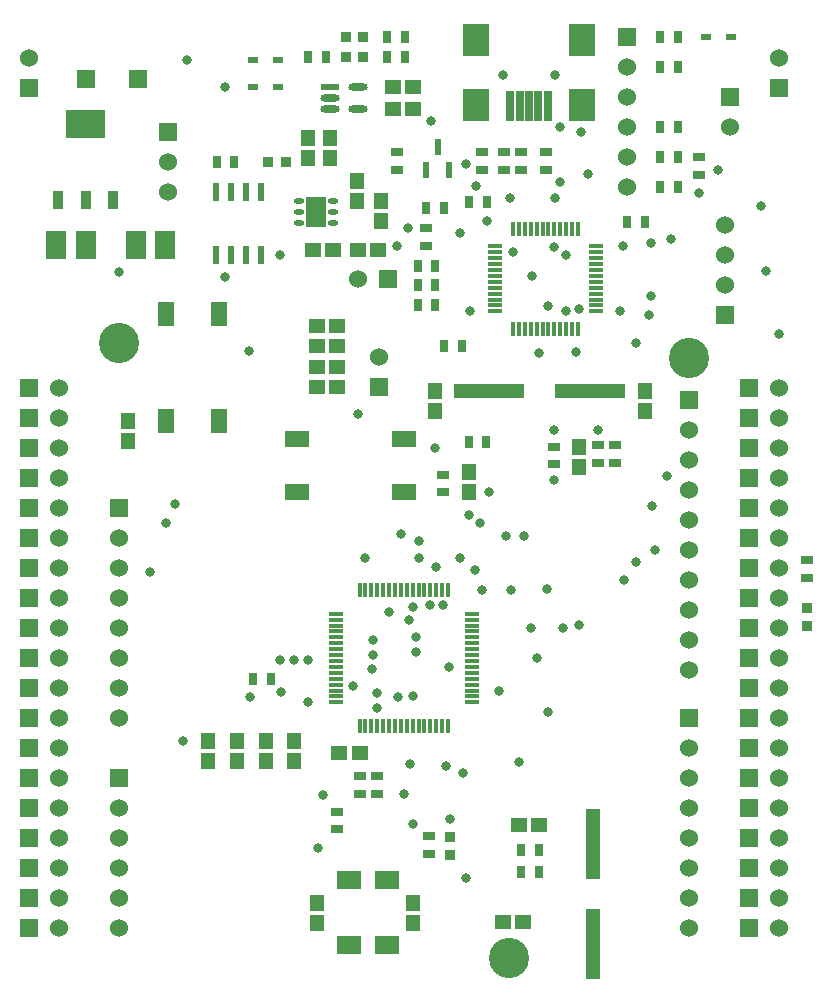
<source format=gts>
G04*
G04 #@! TF.GenerationSoftware,Altium Limited,Altium Designer,24.4.1 (13)*
G04*
G04 Layer_Color=8388736*
%FSAX44Y44*%
%MOMM*%
G71*
G04*
G04 #@! TF.SameCoordinates,09090911-0CFD-4792-A0CC-E2C5D1EC5460*
G04*
G04*
G04 #@! TF.FilePolarity,Negative*
G04*
G01*
G75*
%ADD17R,1.1938X0.3048*%
%ADD18R,0.3048X1.1938*%
G04:AMPARAMS|DCode=19|XSize=1.6383mm|YSize=0.6121mm|CornerRadius=0.3061mm|HoleSize=0mm|Usage=FLASHONLY|Rotation=0.000|XOffset=0mm|YOffset=0mm|HoleType=Round|Shape=RoundedRectangle|*
%AMROUNDEDRECTD19*
21,1,1.6383,0.0000,0,0,0.0*
21,1,1.0261,0.6121,0,0,0.0*
1,1,0.6121,0.5131,0.0000*
1,1,0.6121,-0.5131,0.0000*
1,1,0.6121,-0.5131,0.0000*
1,1,0.6121,0.5131,0.0000*
%
%ADD19ROUNDEDRECTD19*%
%ADD20R,1.6383X0.6121*%
%ADD21R,0.7500X1.0000*%
%ADD22R,0.8128X0.8128*%
%ADD26R,1.0000X0.7500*%
%ADD27R,0.5588X1.4224*%
%ADD28R,5.9182X1.2954*%
%ADD29R,0.8600X0.5400*%
%ADD34R,0.9398X0.8636*%
%ADD35R,1.2954X5.9182*%
%ADD36R,0.8128X0.8128*%
%ADD37R,2.1082X1.3970*%
%ADD38R,0.5588X1.5494*%
%ADD39R,1.3970X2.1082*%
%ADD40R,1.7383X2.4130*%
%ADD41R,0.9144X1.6002*%
%ADD42R,1.4986X1.6002*%
%ADD43R,1.4600X1.3100*%
%ADD44R,2.2100X2.7100*%
%ADD45R,0.7100X2.5100*%
%ADD46R,1.3100X1.4600*%
%ADD47O,0.9000X0.5000*%
%ADD48R,1.7500X2.5000*%
%ADD49R,2.1100X1.5100*%
%ADD50R,3.2000X1.6000*%
%ADD51C,1.5240*%
%ADD52R,1.5240X1.5240*%
%ADD53C,0.8100*%
%ADD54R,1.5240X1.5240*%
%ADD55C,3.4100*%
G36*
X00096880Y00719516D02*
Y00742629D01*
X00064368D01*
Y00719516D01*
X00096880D01*
D02*
G37*
D17*
X00292500Y00241500D02*
D03*
Y00246500D02*
D03*
Y00251500D02*
D03*
Y00256500D02*
D03*
Y00261500D02*
D03*
Y00266500D02*
D03*
Y00271500D02*
D03*
Y00276500D02*
D03*
Y00281500D02*
D03*
Y00286500D02*
D03*
Y00291500D02*
D03*
Y00296500D02*
D03*
Y00301500D02*
D03*
Y00306500D02*
D03*
Y00311500D02*
D03*
Y00316500D02*
D03*
X00407500D02*
D03*
Y00311500D02*
D03*
Y00306500D02*
D03*
Y00301500D02*
D03*
Y00296500D02*
D03*
Y00291500D02*
D03*
Y00286500D02*
D03*
Y00281500D02*
D03*
Y00276500D02*
D03*
Y00271500D02*
D03*
Y00266500D02*
D03*
Y00261500D02*
D03*
Y00256500D02*
D03*
Y00251500D02*
D03*
Y00246500D02*
D03*
Y00241500D02*
D03*
X00427459Y00572500D02*
D03*
Y00577500D02*
D03*
Y00582500D02*
D03*
Y00587500D02*
D03*
Y00592500D02*
D03*
Y00597500D02*
D03*
Y00602500D02*
D03*
Y00607500D02*
D03*
Y00612500D02*
D03*
Y00617500D02*
D03*
Y00622500D02*
D03*
Y00627500D02*
D03*
X00512459D02*
D03*
Y00622500D02*
D03*
Y00617500D02*
D03*
Y00612500D02*
D03*
Y00607500D02*
D03*
Y00602500D02*
D03*
Y00597500D02*
D03*
Y00592500D02*
D03*
Y00587500D02*
D03*
Y00582500D02*
D03*
Y00577500D02*
D03*
Y00572500D02*
D03*
D18*
X00312500Y00336500D02*
D03*
X00317500D02*
D03*
X00322500D02*
D03*
X00327500D02*
D03*
X00332500D02*
D03*
X00337500D02*
D03*
X00342500D02*
D03*
X00347500D02*
D03*
X00352500D02*
D03*
X00357500D02*
D03*
X00362500D02*
D03*
X00367500D02*
D03*
X00372500D02*
D03*
X00377500D02*
D03*
X00382500D02*
D03*
X00387500D02*
D03*
Y00221500D02*
D03*
X00382500D02*
D03*
X00377500D02*
D03*
X00372500D02*
D03*
X00367500D02*
D03*
X00362500D02*
D03*
X00357500D02*
D03*
X00352500D02*
D03*
X00347500D02*
D03*
X00342500D02*
D03*
X00337500D02*
D03*
X00332500D02*
D03*
X00327500D02*
D03*
X00322500D02*
D03*
X00317500D02*
D03*
X00312500D02*
D03*
X00442459Y00642500D02*
D03*
X00447459D02*
D03*
X00452459D02*
D03*
X00457459D02*
D03*
X00462459D02*
D03*
X00467459D02*
D03*
X00472459D02*
D03*
X00477459D02*
D03*
X00482459D02*
D03*
X00487459D02*
D03*
X00492459D02*
D03*
X00497459D02*
D03*
Y00557500D02*
D03*
X00492459D02*
D03*
X00487459D02*
D03*
X00482459D02*
D03*
X00477459D02*
D03*
X00472459D02*
D03*
X00467459D02*
D03*
X00462459D02*
D03*
X00457459D02*
D03*
X00452459D02*
D03*
X00447459D02*
D03*
X00442459D02*
D03*
D19*
X00311151Y00762679D02*
D03*
Y00743680D02*
D03*
X00287827D02*
D03*
Y00753180D02*
D03*
D20*
Y00762679D02*
D03*
D21*
X00283853Y00788028D02*
D03*
X00268853D02*
D03*
X00351100Y00804480D02*
D03*
X00336100D02*
D03*
X00351100Y00788028D02*
D03*
X00336100D02*
D03*
X00405544Y00665280D02*
D03*
X00420545D02*
D03*
X00361657Y00594467D02*
D03*
X00376657D02*
D03*
Y00611305D02*
D03*
X00361657D02*
D03*
Y00577630D02*
D03*
X00376657D02*
D03*
X00384157Y00659739D02*
D03*
X00369157D02*
D03*
X00384008Y00543247D02*
D03*
X00399008D02*
D03*
X00419890Y00461622D02*
D03*
X00404890D02*
D03*
X00539359Y00648469D02*
D03*
X00554359D02*
D03*
X00582124Y00677410D02*
D03*
X00567124D02*
D03*
X00582124Y00702810D02*
D03*
X00567124D02*
D03*
X00582124Y00728210D02*
D03*
X00567124D02*
D03*
X00582124Y00804410D02*
D03*
X00567124D02*
D03*
X00582124Y00779010D02*
D03*
X00567124D02*
D03*
X00464365Y00097950D02*
D03*
X00449365D02*
D03*
X00464360Y00116088D02*
D03*
X00449360D02*
D03*
X00222500Y00261500D02*
D03*
X00237500D02*
D03*
X00206492Y00699069D02*
D03*
X00191492D02*
D03*
D22*
X00315791Y00804480D02*
D03*
X00300791D02*
D03*
Y00788028D02*
D03*
X00315791D02*
D03*
X00250299Y00699069D02*
D03*
X00235298D02*
D03*
D26*
X00470460Y00692500D02*
D03*
Y00707500D02*
D03*
X00449460Y00692500D02*
D03*
Y00707500D02*
D03*
X00434531Y00692500D02*
D03*
Y00707500D02*
D03*
X00416101D02*
D03*
Y00692500D02*
D03*
X00369157Y00642738D02*
D03*
Y00627738D02*
D03*
X00344490Y00692500D02*
D03*
Y00707500D02*
D03*
X00528870Y00444170D02*
D03*
Y00459170D02*
D03*
X00514110Y00444170D02*
D03*
Y00459170D02*
D03*
X00477460Y00457924D02*
D03*
Y00442923D02*
D03*
X00383297Y00419290D02*
D03*
Y00434290D02*
D03*
X00600000Y00687805D02*
D03*
Y00702805D02*
D03*
X00327500Y00179092D02*
D03*
Y00164092D02*
D03*
X00312500Y00179092D02*
D03*
Y00164092D02*
D03*
X00293501Y00149060D02*
D03*
Y00134060D02*
D03*
X00691001Y00347160D02*
D03*
Y00362160D02*
D03*
X00371292Y00128381D02*
D03*
Y00113381D02*
D03*
D27*
X00378682Y00711804D02*
D03*
X00388207Y00692500D02*
D03*
X00369157D02*
D03*
D28*
X00422415Y00505301D02*
D03*
X00507505D02*
D03*
D29*
X00222328Y00762680D02*
D03*
X00243728D02*
D03*
Y00785023D02*
D03*
X00222328D02*
D03*
X00606004Y00804409D02*
D03*
X00627404D02*
D03*
D34*
X00388793Y00111880D02*
D03*
Y00127881D02*
D03*
D35*
X00509805Y00036752D02*
D03*
Y00121842D02*
D03*
D36*
X00691001Y00321520D02*
D03*
Y00306520D02*
D03*
D37*
X00350479Y00464289D02*
D03*
Y00419290D02*
D03*
X00259479D02*
D03*
Y00464289D02*
D03*
D38*
X00191039Y00620075D02*
D03*
X00203739D02*
D03*
X00216439D02*
D03*
X00229139D02*
D03*
Y00673669D02*
D03*
X00216439D02*
D03*
X00203739D02*
D03*
X00191039D02*
D03*
D39*
X00193844Y00479342D02*
D03*
X00148844D02*
D03*
Y00570342D02*
D03*
X00193844D02*
D03*
D40*
X00055843Y00629069D02*
D03*
X00080624D02*
D03*
X00123233D02*
D03*
X00148015D02*
D03*
D41*
X00103624Y00667065D02*
D03*
X00080624D02*
D03*
X00057624D02*
D03*
D42*
X00125328Y00769068D02*
D03*
X00080624D02*
D03*
D43*
X00357990Y00762679D02*
D03*
X00340990D02*
D03*
X00357990Y00743680D02*
D03*
X00340990D02*
D03*
X00290374Y00624068D02*
D03*
X00273374D02*
D03*
X00311250D02*
D03*
X00328250D02*
D03*
X00295500Y00198414D02*
D03*
X00312500D02*
D03*
X00464360Y00137807D02*
D03*
X00447360D02*
D03*
X00450792Y00055231D02*
D03*
X00433792D02*
D03*
X00276132Y00560319D02*
D03*
X00293132D02*
D03*
X00276132Y00543009D02*
D03*
X00293132D02*
D03*
X00276132Y00525700D02*
D03*
X00293132D02*
D03*
X00276132Y00508390D02*
D03*
X00293132D02*
D03*
D44*
X00411460Y00747500D02*
D03*
X00500460D02*
D03*
Y00802500D02*
D03*
X00411460D02*
D03*
D45*
X00471960Y00746500D02*
D03*
X00463960D02*
D03*
X00455960D02*
D03*
X00447960D02*
D03*
X00439960D02*
D03*
D46*
X00269000Y00702280D02*
D03*
Y00719280D02*
D03*
X00287827Y00702278D02*
D03*
Y00719278D02*
D03*
X00330624Y00665989D02*
D03*
Y00648988D02*
D03*
X00310624Y00665989D02*
D03*
Y00682988D02*
D03*
X00498372Y00457920D02*
D03*
Y00440920D02*
D03*
X00376075Y00488301D02*
D03*
Y00505301D02*
D03*
X00404892Y00436289D02*
D03*
Y00419290D02*
D03*
X00553850Y00488300D02*
D03*
Y00505300D02*
D03*
X00257419Y00191789D02*
D03*
Y00208789D02*
D03*
X00232900Y00191789D02*
D03*
Y00208789D02*
D03*
X00208382Y00191789D02*
D03*
Y00208789D02*
D03*
X00183864Y00191789D02*
D03*
Y00208789D02*
D03*
X00276828Y00054928D02*
D03*
Y00071928D02*
D03*
X00357652Y00054928D02*
D03*
Y00071928D02*
D03*
X00116387Y00462341D02*
D03*
Y00479340D02*
D03*
D47*
X00260870Y00665990D02*
D03*
Y00656490D02*
D03*
Y00646990D02*
D03*
X00290370D02*
D03*
Y00656490D02*
D03*
Y00665990D02*
D03*
D48*
X00275620Y00656490D02*
D03*
D49*
X00336000Y00090928D02*
D03*
X00304000D02*
D03*
X00336000Y00035928D02*
D03*
X00304000D02*
D03*
D50*
X00080624Y00731068D02*
D03*
D51*
X00621668Y00620400D02*
D03*
Y00645800D02*
D03*
Y00595000D02*
D03*
X00539239Y00702805D02*
D03*
Y00677405D02*
D03*
Y00753605D02*
D03*
Y00728205D02*
D03*
Y00779005D02*
D03*
X00626275Y00728210D02*
D03*
X00311250Y00600035D02*
D03*
X00667500Y00787000D02*
D03*
X00591300Y00294200D02*
D03*
Y00268800D02*
D03*
Y00345000D02*
D03*
Y00319600D02*
D03*
Y00395800D02*
D03*
Y00370400D02*
D03*
Y00421200D02*
D03*
Y00472000D02*
D03*
Y00446600D02*
D03*
X00667500Y00507600D02*
D03*
Y00482200D02*
D03*
Y00456800D02*
D03*
Y00126600D02*
D03*
Y00101200D02*
D03*
Y00075800D02*
D03*
Y00050400D02*
D03*
Y00431400D02*
D03*
Y00406000D02*
D03*
Y00380600D02*
D03*
Y00355200D02*
D03*
Y00228200D02*
D03*
Y00202800D02*
D03*
Y00177400D02*
D03*
Y00152000D02*
D03*
Y00329800D02*
D03*
Y00304400D02*
D03*
Y00279000D02*
D03*
Y00253600D02*
D03*
X00591300Y00075800D02*
D03*
Y00050400D02*
D03*
Y00126600D02*
D03*
Y00101200D02*
D03*
Y00177400D02*
D03*
Y00152000D02*
D03*
Y00202800D02*
D03*
X00328787Y00533790D02*
D03*
X00108700Y00075800D02*
D03*
Y00050400D02*
D03*
Y00126600D02*
D03*
Y00101200D02*
D03*
Y00152000D02*
D03*
Y00253600D02*
D03*
Y00228200D02*
D03*
Y00304400D02*
D03*
Y00279000D02*
D03*
Y00355200D02*
D03*
Y00329800D02*
D03*
Y00380600D02*
D03*
X00057900Y00253600D02*
D03*
Y00279000D02*
D03*
Y00304400D02*
D03*
Y00329800D02*
D03*
Y00152000D02*
D03*
Y00177400D02*
D03*
Y00202800D02*
D03*
Y00228200D02*
D03*
Y00355200D02*
D03*
Y00380600D02*
D03*
Y00406000D02*
D03*
Y00431400D02*
D03*
Y00050400D02*
D03*
Y00075800D02*
D03*
Y00101200D02*
D03*
Y00126600D02*
D03*
Y00456800D02*
D03*
Y00482200D02*
D03*
Y00507600D02*
D03*
X00150624Y00673669D02*
D03*
Y00699069D02*
D03*
X00032500Y00787000D02*
D03*
D52*
X00621668Y00569600D02*
D03*
X00539239Y00804405D02*
D03*
X00626275Y00753610D02*
D03*
X00667500Y00761600D02*
D03*
X00591300Y00497400D02*
D03*
Y00228200D02*
D03*
X00328787Y00508390D02*
D03*
X00108700Y00177400D02*
D03*
Y00406000D02*
D03*
X00150624Y00724469D02*
D03*
X00032500Y00761600D02*
D03*
D53*
X00433960Y00772500D02*
D03*
X00477960D02*
D03*
X00440265Y00668693D02*
D03*
X00500015Y00724459D02*
D03*
X00600000Y00672410D02*
D03*
X00615624Y00691841D02*
D03*
X00559634Y00585819D02*
D03*
X00656891Y00606628D02*
D03*
X00652436Y00661883D02*
D03*
X00402438Y00697707D02*
D03*
X00410994Y00678409D02*
D03*
X00495643Y00537957D02*
D03*
X00471313Y00337396D02*
D03*
X00402783Y00093184D02*
D03*
X00546789Y00546147D02*
D03*
X00464758Y00536995D02*
D03*
X00442617Y00622500D02*
D03*
X00458543Y00602500D02*
D03*
X00372828Y00733845D02*
D03*
X00406379Y00572500D02*
D03*
X00447124Y00191278D02*
D03*
X00156119Y00409126D02*
D03*
X00482092Y00728205D02*
D03*
X00311250Y00485679D02*
D03*
X00108978Y00605700D02*
D03*
X00477460Y00429909D02*
D03*
X00166110Y00785023D02*
D03*
X00535710Y00627500D02*
D03*
X00344581Y00627738D02*
D03*
X00353118Y00642738D02*
D03*
X00198738Y00762680D02*
D03*
X00198740Y00601821D02*
D03*
X00162832Y00208789D02*
D03*
X00281499Y00163342D02*
D03*
X00388793Y00143049D02*
D03*
X00277062Y00118481D02*
D03*
X00667269Y00553063D02*
D03*
X00376075Y00456784D02*
D03*
X00397176Y00363397D02*
D03*
X00362500Y00378223D02*
D03*
X00347789Y00384006D02*
D03*
X00414607Y00392989D02*
D03*
X00405574Y00400511D02*
D03*
X00410141Y00353278D02*
D03*
X00362500Y00363397D02*
D03*
X00487459Y00572500D02*
D03*
X00498000Y00574701D02*
D03*
X00472460Y00576759D02*
D03*
X00557424Y00569600D02*
D03*
X00377500Y00355672D02*
D03*
X00572575Y00433004D02*
D03*
X00372500Y00323631D02*
D03*
X00383500D02*
D03*
X00397944Y00638481D02*
D03*
X00327136Y00236420D02*
D03*
X00327500Y00249150D02*
D03*
X00345441Y00246226D02*
D03*
X00357500Y00246634D02*
D03*
X00324024Y00294298D02*
D03*
X00269251Y00241500D02*
D03*
X00440437Y00336500D02*
D03*
X00387995Y00271500D02*
D03*
X00357441Y00322265D02*
D03*
X00307349Y00255098D02*
D03*
X00323285Y00270044D02*
D03*
X00462746Y00278932D02*
D03*
X00514110Y00471728D02*
D03*
X00219678Y00246000D02*
D03*
X00420540Y00649059D02*
D03*
X00477459Y00626694D02*
D03*
X00219013Y00538992D02*
D03*
X00385789Y00187353D02*
D03*
X00400038Y00181940D02*
D03*
X00430214Y00251500D02*
D03*
X00562553Y00370400D02*
D03*
X00546301Y00360499D02*
D03*
X00536764Y00344798D02*
D03*
X00354582Y00311549D02*
D03*
X00337500Y00318310D02*
D03*
X00436101Y00381952D02*
D03*
X00451425D02*
D03*
X00576068Y00633800D02*
D03*
X00359927Y00296995D02*
D03*
X00485066Y00304341D02*
D03*
X00498121Y00306670D02*
D03*
X00324024Y00281500D02*
D03*
X00359927Y00284196D02*
D03*
X00246375Y00250250D02*
D03*
X00457346Y00304341D02*
D03*
X00349778Y00164092D02*
D03*
X00355000Y00189097D02*
D03*
X00357652Y00138714D02*
D03*
X00472397Y00233080D02*
D03*
X00559725Y00407500D02*
D03*
X00245000Y00277000D02*
D03*
X00257126D02*
D03*
X00269251D02*
D03*
X00148844Y00393300D02*
D03*
X00317500Y00363397D02*
D03*
X00134903Y00351963D02*
D03*
X00245000Y00620075D02*
D03*
X00482092Y00682108D02*
D03*
X00416009Y00336500D02*
D03*
X00422059Y00419634D02*
D03*
X00532703Y00572500D02*
D03*
X00477460Y00471728D02*
D03*
X00487459Y00620400D02*
D03*
X00559095Y00630527D02*
D03*
X00478311Y00668693D02*
D03*
X00506079Y00688554D02*
D03*
D54*
X00336650Y00600035D02*
D03*
X00642100Y00507600D02*
D03*
Y00482200D02*
D03*
Y00456800D02*
D03*
Y00126600D02*
D03*
Y00101200D02*
D03*
Y00075800D02*
D03*
Y00050400D02*
D03*
Y00406000D02*
D03*
Y00380600D02*
D03*
Y00355200D02*
D03*
Y00228200D02*
D03*
Y00202800D02*
D03*
Y00177400D02*
D03*
Y00152000D02*
D03*
Y00329800D02*
D03*
Y00304400D02*
D03*
Y00279000D02*
D03*
Y00253600D02*
D03*
Y00431400D02*
D03*
X00032500Y00253600D02*
D03*
Y00279000D02*
D03*
Y00304400D02*
D03*
Y00329800D02*
D03*
Y00152000D02*
D03*
Y00177400D02*
D03*
Y00202800D02*
D03*
Y00228200D02*
D03*
Y00355200D02*
D03*
Y00380600D02*
D03*
Y00406000D02*
D03*
Y00431400D02*
D03*
Y00075800D02*
D03*
Y00101200D02*
D03*
Y00126600D02*
D03*
Y00456800D02*
D03*
Y00482200D02*
D03*
Y00507600D02*
D03*
Y00050400D02*
D03*
D55*
X00591300Y00533000D02*
D03*
X00108700Y00545700D02*
D03*
X00438900Y00025000D02*
D03*
M02*

</source>
